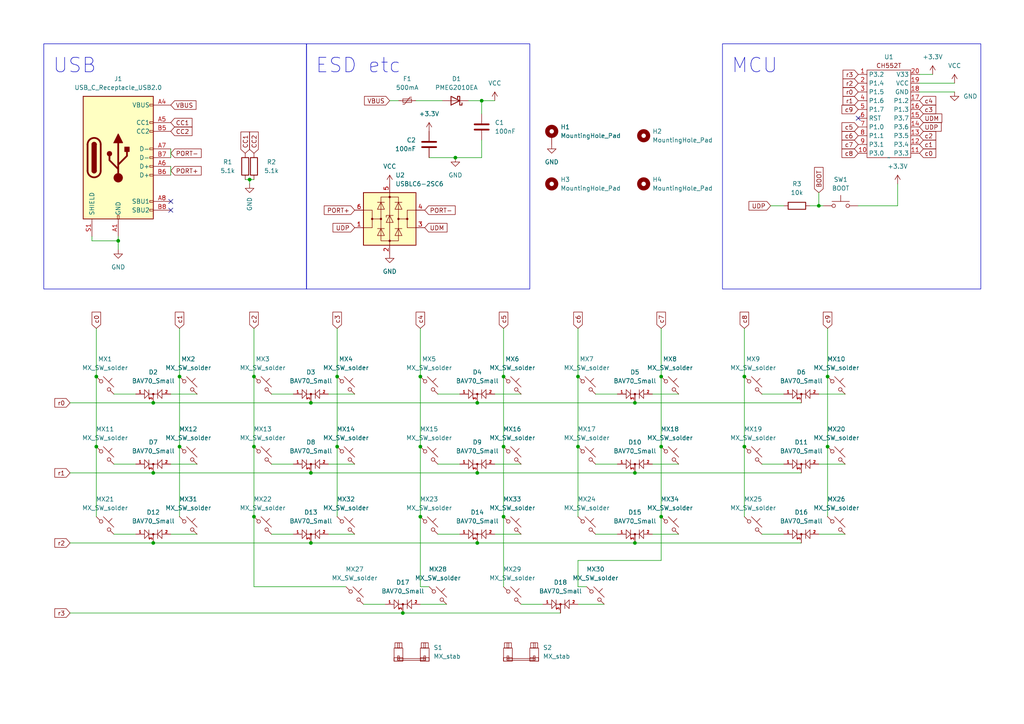
<source format=kicad_sch>
(kicad_sch (version 20231120) (generator "eeschema") (generator_version "8.0")
  (paper "A4")
  (lib_symbols
    (symbol "Connector:USB_C_Receptacle_USB2.0" (pin_names (offset 1.016))
      (property "Reference" "J" (at -10.16 19.05 0))
      (property "Value" "USB_C_Receptacle_USB2.0" (at 19.05 19.05 0))
      (symbol "USB_C_Receptacle_USB2.0_1_1"
        (pin passive line (at 0 -22.86 90) (length 5.08) (name "GND") (number "A1"))
        (pin passive line (at 0 -22.86 90) (length 5.08) hide (name "GND") (number "A12"))
        (pin passive line (at 15.24 15.24 180) (length 5.08) (name "VBUS") (number "A4"))
        (pin bidirectional line (at 15.24 10.16 180) (length 5.08) (name "CC1") (number "A5"))
        (pin bidirectional line (at 15.24 -2.54 180) (length 5.08) (name "D+") (number "A6"))
        (pin bidirectional line (at 15.24 2.54 180) (length 5.08) (name "D-") (number "A7"))
        (pin bidirectional line (at 15.24 -12.7 180) (length 5.08) (name "SBU1") (number "A8"))
        (pin passive line (at 15.24 15.24 180) (length 5.08) hide (name "VBUS") (number "A9"))
        (pin passive line (at 0 -22.86 90) (length 5.08) hide (name "GND") (number "B1"))
        (pin passive line (at 0 -22.86 90) (length 5.08) hide (name "GND") (number "B12"))
        (pin passive line (at 15.24 15.24 180) (length 5.08) hide (name "VBUS") (number "B4"))
        (pin bidirectional line (at 15.24 7.62 180) (length 5.08) (name "CC2") (number "B5"))
        (pin bidirectional line (at 15.24 -5.08 180) (length 5.08) (name "D+") (number "B6"))
        (pin bidirectional line (at 15.24 0 180) (length 5.08) (name "D-") (number "B7"))
        (pin bidirectional line (at 15.24 -15.24 180) (length 5.08) (name "SBU2") (number "B8"))
        (pin passive line (at 15.24 15.24 180) (length 5.08) hide (name "VBUS") (number "B9"))
        (pin passive line (at -7.62 -22.86 90) (length 5.08) (name "SHIELD") (number "S1"))
      )
    )
    (symbol "Device:C" (pin_numbers hide) (pin_names (offset 0.254))
      (property "Reference" "C" (at 0.635 2.54 0))
      (property "Value" "C" (at 0.635 -2.54 0))
      (symbol "C_1_1"
        (pin passive line (at 0 3.81 270) (length 2.794) (name "~") (number "1"))
        (pin passive line (at 0 -3.81 90) (length 2.794) (name "~") (number "2"))
      )
    )
    (symbol "Device:D_Schottky" (pin_numbers hide) (pin_names (offset 1.016) hide)
      (property "Reference" "D" (at 0 2.54 0))
      (property "Value" "D_Schottky" (at 0 -2.54 0))
      (symbol "D_Schottky_1_1"
        (pin passive line (at -3.81 0 0) (length 2.54) (name "K") (number "1"))
        (pin passive line (at 3.81 0 180) (length 2.54) (name "A") (number "2"))
      )
    )
    (symbol "Device:Polyfuse_Small" (pin_numbers hide) (pin_names (offset 0))
      (property "Reference" "F" (at -1.905 0 90))
      (property "Value" "Polyfuse_Small" (at 1.905 0 90))
      (symbol "Polyfuse_Small_1_1"
        (pin passive line (at 0 2.54 270) (length 0.635) (name "~") (number "1"))
        (pin passive line (at 0 -2.54 90) (length 0.635) (name "~") (number "2"))
      )
    )
    (symbol "Device:R" (pin_numbers hide) (pin_names (offset 0))
      (property "Reference" "R" (at 2.032 0 90))
      (property "Value" "R" (at 0 0 90))
      (symbol "R_1_1"
        (pin passive line (at 0 3.81 270) (length 1.27) (name "~") (number "1"))
        (pin passive line (at 0 -3.81 90) (length 1.27) (name "~") (number "2"))
      )
    )
    (symbol "Mechanical:MountingHole" (pin_names (offset 1.016)) (exclude_from_sim yes) (in_bom no)
      (property "Reference" "H" (at 0 5.08 0))
      (property "Value" "MountingHole" (at 0 3.175 0))
    )
    (symbol "Mechanical:MountingHole_Pad" (pin_numbers hide) (pin_names (offset 1.016) hide)
      (property "Reference" "H" (at 0 6.35 0))
      (property "Value" "MountingHole_Pad" (at 0 4.445 0))
      (symbol "MountingHole_Pad_1_1"
        (pin input line (at 0 -2.54 90) (length 2.54) (name "1") (number "1"))
      )
    )
    (symbol "PCM_marbastlib-mx:MX_SW_solder" (pin_numbers hide) (pin_names (offset 1.016) hide)
      (property "Reference" "MX" (at 3.048 1.016 0))
      (property "Value" "MX_SW_solder" (at 0 -3.81 0))
      (symbol "MX_SW_solder_0_1"
        (pin passive line (at -2.54 2.54 0) (length 0) (name "1") (number "1"))
        (pin passive line (at 2.54 -2.54 180) (length 0) (name "2") (number "2"))
      )
    )
    (symbol "PCM_marbastlib-mx:MX_stab" (pin_names (offset 1.016))
      (property "Reference" "S" (at -5.08 6.35 0))
      (property "Value" "MX_stab" (at -5.08 3.81 0))
    )
    (symbol "PCM_marbastlib-various:BAV70_Small" (pin_names (offset 0.762) hide)
      (property "Reference" "D" (at 0.635 -2.54 0))
      (property "Value" "BAV70_Small" (at 0 2.54 0))
      (symbol "BAV70_Small_1_1"
        (pin input line (at -5.08 0 0) (length 2.54) (name "A1") (number "1"))
        (pin input line (at 5.08 0 180) (length 2.54) (name "A2") (number "2"))
        (pin passive line (at 0 -2.54 90) (length 2.54) (name "K") (number "3"))
      )
    )
    (symbol "Power_Protection:USBLC6-2SC6" (pin_names hide)
      (property "Reference" "U" (at 2.54 8.89 0))
      (property "Value" "USBLC6-2SC6" (at 2.54 -8.89 0))
      (symbol "USBLC6-2SC6_1_1"
        (pin passive line (at -10.16 -2.54 0) (length 2.54) (name "I/O1") (number "1"))
        (pin passive line (at 0 -10.16 90) (length 2.54) (name "GND") (number "2"))
        (pin passive line (at 10.16 -2.54 180) (length 2.54) (name "I/O2") (number "3"))
        (pin passive line (at 10.16 2.54 180) (length 2.54) (name "I/O2") (number "4"))
        (pin passive line (at 0 10.16 270) (length 2.54) (name "VBUS") (number "5"))
        (pin passive line (at -10.16 2.54 0) (length 2.54) (name "I/O1") (number "6"))
      )
    )
    (symbol "Switch:SW_Push" (pin_numbers hide) (pin_names (offset 1.016) hide)
      (property "Reference" "SW" (at 1.27 2.54 0))
      (property "Value" "SW_Push" (at 0 -1.524 0))
      (symbol "SW_Push_0_1"
        (pin passive line (at -5.08 0 0) (length 2.54) (name "1") (number "1"))
        (pin passive line (at 5.08 0 180) (length 2.54) (name "2") (number "2"))
      )
    )
    (symbol "apfel:mcu_ch552t_tssop-20"
      (property "Reference" "U1" (at 0 16.51 0))
      (property "Value" "~" (at 0 -12.7 0))
      (symbol "mcu_ch552t_tssop-20_1_1"
        (text "CH552T\n" (at 0 13.97 0) (effects (font (size 1.27 1.27))))
        (pin input line (at -8.89 11.43 0) (length 2.54) (name "P3.2") (number "1"))
        (pin input line (at -8.89 -11.43 0) (length 2.54) (name "P3.0") (number "10"))
        (pin input line (at 8.89 -11.43 180) (length 2.54) (name "P3.3") (number "11"))
        (pin input line (at 8.89 -8.89 180) (length 2.54) (name "P3.4") (number "12"))
        (pin input line (at 8.89 -6.35 180) (length 2.54) (name "P3.5") (number "13"))
        (pin input line (at 8.89 -3.81 180) (length 2.54) (name "P3.6") (number "14"))
        (pin input line (at 8.89 -1.27 180) (length 2.54) (name "P3.7") (number "15"))
        (pin input line (at 8.89 1.27 180) (length 2.54) (name "P1.3") (number "16"))
        (pin input line (at 8.89 3.81 180) (length 2.54) (name "P1.2") (number "17"))
        (pin input line (at 8.89 6.35 180) (length 2.54) (name "GND") (number "18"))
        (pin input line (at 8.89 8.89 180) (length 2.54) (name "VCC") (number "19"))
        (pin input line (at -8.89 8.89 0) (length 2.54) (name "P1.4") (number "2"))
        (pin input line (at 8.89 11.43 180) (length 2.54) (name "V33") (number "20"))
        (pin input line (at -8.89 6.35 0) (length 2.54) (name "P1.5") (number "3"))
        (pin input line (at -8.89 3.81 0) (length 2.54) (name "P1.6") (number "4"))
        (pin input line (at -8.89 1.27 0) (length 2.54) (name "P1.7") (number "5"))
        (pin input line (at -8.89 -1.27 0) (length 2.54) (name "RST") (number "6"))
        (pin input line (at -8.89 -3.81 0) (length 2.54) (name "P1.0") (number "7"))
        (pin input line (at -8.89 -6.35 0) (length 2.54) (name "P1.1") (number "8"))
        (pin input line (at -8.89 -8.89 0) (length 2.54) (name "P3.1") (number "9"))
      )
    )
    (symbol "power:+3.3V" (power) (pin_names (offset 0))
      (property "Value" "+3.3V" (at 0 3.556 0))
      (symbol "+3.3V_1_1"
        (pin power_in line (at 0 0 90) (length 0) hide (name "+3.3V") (number "1"))
      )
    )
    (symbol "power:GND" (power) (pin_names (offset 0))
      (property "Value" "GND" (at 0 -3.81 0))
      (symbol "GND_1_1"
        (pin power_in line (at 0 0 270) (length 0) hide (name "GND") (number "1"))
      )
    )
    (symbol "power:VCC" (power) (pin_names (offset 0))
      (property "Value" "VCC" (at 0 3.81 0))
      (symbol "VCC_1_1"
        (pin power_in line (at 0 0 90) (length 0) hide (name "VCC") (number "1"))
      )
    )
  )
  (junction (at 90.17 137.16))
  (junction (at 34.29 69.85))
  (junction (at 52.07 129.54))
  (junction (at 44.45 137.16))
  (junction (at 90.17 116.84))
  (junction (at 116.84 177.8))
  (junction (at 138.43 116.84))
  (junction (at 146.05 109.22))
  (junction (at 146.05 149.86))
  (junction (at 184.15 116.84))
  (junction (at 90.17 157.48))
  (junction (at 167.64 109.22))
  (junction (at 139.7 29.21))
  (junction (at 73.66 149.86))
  (junction (at 167.64 129.54))
  (junction (at 191.77 129.54))
  (junction (at 121.92 109.22))
  (junction (at 132.08 45.72))
  (junction (at 191.77 149.86))
  (junction (at 184.15 137.16))
  (junction (at 72.39 52.07))
  (junction (at 138.43 137.16))
  (junction (at 138.43 157.48))
  (junction (at 237.49 59.69))
  (junction (at 27.94 109.22))
  (junction (at 240.03 129.54))
  (junction (at 97.79 129.54))
  (junction (at 44.45 157.48))
  (junction (at 44.45 116.84))
  (junction (at 73.66 109.22))
  (junction (at 73.66 129.54))
  (junction (at 97.79 109.22))
  (junction (at 121.92 129.54))
  (junction (at 191.77 109.22))
  (junction (at 27.94 129.54))
  (junction (at 240.03 109.22))
  (junction (at 146.05 129.54))
  (junction (at 215.9 109.22))
  (junction (at 52.07 109.22))
  (junction (at 121.92 149.86))
  (junction (at 215.9 129.54))
  (junction (at 184.15 157.48))
  (no_connect (at 49.53 60.96))
  (no_connect (at 49.53 58.42))
  (no_connect (at 248.92 34.29))
  (wire (pts (xy 167.64 170.18) (xy 167.64 162.56)))
  (wire (pts (xy 27.94 129.54) (xy 27.94 149.86)))
  (wire (pts (xy 139.7 45.72) (xy 139.7 40.64)))
  (wire (pts (xy 26.67 68.58) (xy 26.67 69.85)))
  (wire (pts (xy 191.77 109.22) (xy 191.77 129.54)))
  (wire (pts (xy 266.7 21.59) (xy 270.51 21.59)))
  (wire (pts (xy 121.92 170.18) (xy 124.46 170.18)))
  (wire (pts (xy 78.74 114.3) (xy 85.09 114.3)))
  (wire (pts (xy 139.7 29.21) (xy 139.7 33.02)))
  (wire (pts (xy 167.64 170.18) (xy 170.18 170.18)))
  (wire (pts (xy 49.53 43.18) (xy 49.53 45.72)))
  (wire (pts (xy 248.92 59.69) (xy 260.35 59.69)))
  (wire (pts (xy 90.17 137.16) (xy 138.43 137.16)))
  (wire (pts (xy 127 154.94) (xy 133.35 154.94)))
  (wire (pts (xy 73.66 95.25) (xy 73.66 109.22)))
  (wire (pts (xy 44.45 137.16) (xy 90.17 137.16)))
  (wire (pts (xy 95.25 154.94) (xy 102.87 154.94)))
  (wire (pts (xy 189.23 114.3) (xy 196.85 114.3)))
  (wire (pts (xy 146.05 109.22) (xy 146.05 129.54)))
  (wire (pts (xy 34.29 69.85) (xy 34.29 72.39)))
  (wire (pts (xy 237.49 114.3) (xy 245.11 114.3)))
  (wire (pts (xy 49.53 134.62) (xy 57.15 134.62)))
  (wire (pts (xy 146.05 149.86) (xy 146.05 170.18)))
  (wire (pts (xy 49.53 154.94) (xy 57.15 154.94)))
  (wire (pts (xy 276.86 26.67) (xy 266.7 26.67)))
  (wire (pts (xy 49.53 48.26) (xy 49.53 50.8)))
  (wire (pts (xy 266.7 24.13) (xy 276.86 24.13)))
  (wire (pts (xy 220.98 154.94) (xy 227.33 154.94)))
  (wire (pts (xy 78.74 134.62) (xy 85.09 134.62)))
  (wire (pts (xy 189.23 134.62) (xy 196.85 134.62)))
  (wire (pts (xy 34.29 68.58) (xy 34.29 69.85)))
  (wire (pts (xy 33.02 154.94) (xy 39.37 154.94)))
  (wire (pts (xy 27.94 109.22) (xy 27.94 129.54)))
  (wire (pts (xy 49.53 114.3) (xy 57.15 114.3)))
  (wire (pts (xy 90.17 157.48) (xy 138.43 157.48)))
  (wire (pts (xy 121.92 109.22) (xy 121.92 129.54)))
  (wire (pts (xy 167.64 95.25) (xy 167.64 109.22)))
  (wire (pts (xy 90.17 116.84) (xy 138.43 116.84)))
  (wire (pts (xy 105.41 175.26) (xy 111.76 175.26)))
  (wire (pts (xy 143.51 154.94) (xy 151.13 154.94)))
  (wire (pts (xy 127 114.3) (xy 133.35 114.3)))
  (wire (pts (xy 237.49 134.62) (xy 245.11 134.62)))
  (wire (pts (xy 143.51 114.3) (xy 151.13 114.3)))
  (wire (pts (xy 240.03 129.54) (xy 240.03 149.86)))
  (wire (pts (xy 113.03 29.21) (xy 115.57 29.21)))
  (wire (pts (xy 138.43 137.16) (xy 184.15 137.16)))
  (wire (pts (xy 33.02 134.62) (xy 39.37 134.62)))
  (wire (pts (xy 97.79 109.22) (xy 97.79 129.54)))
  (wire (pts (xy 189.23 154.94) (xy 196.85 154.94)))
  (wire (pts (xy 73.66 109.22) (xy 73.66 129.54)))
  (wire (pts (xy 172.72 114.3) (xy 179.07 114.3)))
  (wire (pts (xy 234.95 59.69) (xy 237.49 59.69)))
  (wire (pts (xy 44.45 116.84) (xy 90.17 116.84)))
  (wire (pts (xy 97.79 95.25) (xy 97.79 109.22)))
  (wire (pts (xy 20.32 177.8) (xy 116.84 177.8)))
  (wire (pts (xy 191.77 162.56) (xy 191.77 149.86)))
  (wire (pts (xy 146.05 129.54) (xy 146.05 149.86)))
  (wire (pts (xy 215.9 129.54) (xy 215.9 149.86)))
  (wire (pts (xy 215.9 95.25) (xy 215.9 109.22)))
  (wire (pts (xy 121.92 149.86) (xy 121.92 170.18)))
  (wire (pts (xy 215.9 109.22) (xy 215.9 129.54)))
  (wire (pts (xy 184.15 157.48) (xy 232.41 157.48)))
  (wire (pts (xy 121.92 95.25) (xy 121.92 109.22)))
  (wire (pts (xy 237.49 154.94) (xy 245.11 154.94)))
  (wire (pts (xy 167.64 162.56) (xy 191.77 162.56)))
  (wire (pts (xy 223.52 59.69) (xy 227.33 59.69)))
  (wire (pts (xy 151.13 175.26) (xy 157.48 175.26)))
  (wire (pts (xy 72.39 52.07) (xy 73.66 52.07)))
  (wire (pts (xy 121.92 175.26) (xy 129.54 175.26)))
  (wire (pts (xy 240.03 95.25) (xy 240.03 109.22)))
  (wire (pts (xy 138.43 116.84) (xy 184.15 116.84)))
  (wire (pts (xy 52.07 109.22) (xy 52.07 129.54)))
  (wire (pts (xy 184.15 137.16) (xy 232.41 137.16)))
  (wire (pts (xy 127 134.62) (xy 133.35 134.62)))
  (wire (pts (xy 146.05 95.25) (xy 146.05 109.22)))
  (wire (pts (xy 237.49 59.69) (xy 238.76 59.69)))
  (wire (pts (xy 138.43 157.48) (xy 184.15 157.48)))
  (wire (pts (xy 72.39 52.07) (xy 72.39 53.34)))
  (wire (pts (xy 95.25 134.62) (xy 102.87 134.62)))
  (wire (pts (xy 121.92 129.54) (xy 121.92 149.86)))
  (wire (pts (xy 124.46 45.72) (xy 132.08 45.72)))
  (wire (pts (xy 26.67 69.85) (xy 34.29 69.85)))
  (wire (pts (xy 44.45 157.48) (xy 90.17 157.48)))
  (wire (pts (xy 52.07 95.25) (xy 52.07 109.22)))
  (wire (pts (xy 167.64 109.22) (xy 167.64 129.54)))
  (wire (pts (xy 73.66 170.18) (xy 73.66 149.86)))
  (wire (pts (xy 97.79 129.54) (xy 97.79 149.86)))
  (wire (pts (xy 73.66 170.18) (xy 100.33 170.18)))
  (wire (pts (xy 20.32 116.84) (xy 44.45 116.84)))
  (wire (pts (xy 139.7 29.21) (xy 143.51 29.21)))
  (wire (pts (xy 172.72 154.94) (xy 179.07 154.94)))
  (wire (pts (xy 120.65 29.21) (xy 128.27 29.21)))
  (wire (pts (xy 71.12 52.07) (xy 72.39 52.07)))
  (wire (pts (xy 132.08 45.72) (xy 139.7 45.72)))
  (wire (pts (xy 260.35 53.34) (xy 260.35 59.69)))
  (wire (pts (xy 184.15 116.84) (xy 232.41 116.84)))
  (wire (pts (xy 191.77 129.54) (xy 191.77 149.86)))
  (wire (pts (xy 20.32 137.16) (xy 44.45 137.16)))
  (wire (pts (xy 167.64 175.26) (xy 175.26 175.26)))
  (wire (pts (xy 240.03 109.22) (xy 240.03 129.54)))
  (wire (pts (xy 237.49 55.88) (xy 237.49 59.69)))
  (wire (pts (xy 33.02 114.3) (xy 39.37 114.3)))
  (wire (pts (xy 220.98 114.3) (xy 227.33 114.3)))
  (wire (pts (xy 78.74 154.94) (xy 85.09 154.94)))
  (wire (pts (xy 116.84 177.8) (xy 162.56 177.8)))
  (wire (pts (xy 191.77 95.25) (xy 191.77 109.22)))
  (wire (pts (xy 20.32 157.48) (xy 44.45 157.48)))
  (wire (pts (xy 27.94 95.25) (xy 27.94 109.22)))
  (wire (pts (xy 172.72 134.62) (xy 179.07 134.62)))
  (wire (pts (xy 220.98 134.62) (xy 227.33 134.62)))
  (wire (pts (xy 73.66 129.54) (xy 73.66 149.86)))
  (wire (pts (xy 135.89 29.21) (xy 139.7 29.21)))
  (wire (pts (xy 167.64 129.54) (xy 167.64 149.86)))
  (wire (pts (xy 95.25 114.3) (xy 102.87 114.3)))
  (wire (pts (xy 52.07 129.54) (xy 52.07 149.86)))
  (wire (pts (xy 143.51 134.62) (xy 151.13 134.62)))
  (rectangle (start 209.55 12.7) (end 284.48 83.82))
  (rectangle (start 12.7 12.7) (end 88.9 83.82))
  (rectangle (start 88.9 12.7) (end 153.67 83.82))
  (text "MCU" (at 212.09 21.59 0) (effects (font (size 4.2 4.2)) (justify left bottom)))
  (text "USB" (at 15.24 21.59 0) (effects (font (size 4.2 4.2)) (justify left bottom)))
  (text "ESD etc" (at 91.44 21.59 0) (effects (font (size 4.2 4.2)) (justify left bottom)))
  (global_label "c0" (shape input) (at 27.94 95.25 90) (property "Intersheetrefs" "${INTERSHEET_REFS}" (effects (hide yes))))
  (global_label "c8" (shape input) (at 248.92 44.45 180) (property "Intersheetrefs" "${INTERSHEET_REFS}" (effects (hide yes))))
  (global_label "c6" (shape input) (at 248.92 39.37 180) (property "Intersheetrefs" "${INTERSHEET_REFS}" (effects (hide yes))))
  (global_label "c2" (shape input) (at 73.66 95.25 90) (property "Intersheetrefs" "${INTERSHEET_REFS}" (effects (hide yes))))
  (global_label "r1" (shape input) (at 20.32 137.16 180) (property "Intersheetrefs" "${INTERSHEET_REFS}" (effects (hide yes))))
  (global_label "r3" (shape input) (at 20.32 177.8 180) (property "Intersheetrefs" "${INTERSHEET_REFS}" (effects (hide yes))))
  (global_label "CC1" (shape input) (at 49.53 35.56 0) (property "Intersheetrefs" "${INTERSHEET_REFS}" (effects (hide yes))))
  (global_label "c9" (shape input) (at 248.92 31.75 180) (property "Intersheetrefs" "${INTERSHEET_REFS}" (effects (hide yes))))
  (global_label "r3" (shape input) (at 248.92 21.59 180) (property "Intersheetrefs" "${INTERSHEET_REFS}" (effects (hide yes))))
  (global_label "UDP" (shape input) (at 266.7 36.83 0) (property "Intersheetrefs" "${INTERSHEET_REFS}" (effects (hide yes))))
  (global_label "c3" (shape input) (at 97.79 95.25 90) (property "Intersheetrefs" "${INTERSHEET_REFS}" (effects (hide yes))))
  (global_label "c5" (shape input) (at 248.92 36.83 180) (property "Intersheetrefs" "${INTERSHEET_REFS}" (effects (hide yes))))
  (global_label "c0" (shape input) (at 266.7 44.45 0) (property "Intersheetrefs" "${INTERSHEET_REFS}" (effects (hide yes))))
  (global_label "UDM" (shape input) (at 266.7 34.29 0) (property "Intersheetrefs" "${INTERSHEET_REFS}" (effects (hide yes))))
  (global_label "r0" (shape input) (at 248.92 26.67 180) (property "Intersheetrefs" "${INTERSHEET_REFS}" (effects (hide yes))))
  (global_label "c4" (shape input) (at 266.7 29.21 0) (property "Intersheetrefs" "${INTERSHEET_REFS}" (effects (hide yes))))
  (global_label "r2" (shape input) (at 248.92 24.13 180) (property "Intersheetrefs" "${INTERSHEET_REFS}" (effects (hide yes))))
  (global_label "CC2" (shape input) (at 49.53 38.1 0) (property "Intersheetrefs" "${INTERSHEET_REFS}" (effects (hide yes))))
  (global_label "PORT+" (shape input) (at 49.53 49.53 0) (property "Intersheetrefs" "${INTERSHEET_REFS}" (effects (hide yes))))
  (global_label "CC1" (shape input) (at 71.12 44.45 90) (property "Intersheetrefs" "${INTERSHEET_REFS}" (effects (hide yes))))
  (global_label "c2" (shape input) (at 266.7 39.37 0) (property "Intersheetrefs" "${INTERSHEET_REFS}" (effects (hide yes))))
  (global_label "UDP" (shape input) (at 223.52 59.69 180) (property "Intersheetrefs" "${INTERSHEET_REFS}" (effects (hide yes))))
  (global_label "VBUS" (shape input) (at 113.03 29.21 180) (property "Intersheetrefs" "${INTERSHEET_REFS}" (effects (hide yes))))
  (global_label "UDP" (shape input) (at 102.87 66.04 180) (property "Intersheetrefs" "${INTERSHEET_REFS}" (effects (hide yes))))
  (global_label "c3" (shape input) (at 266.7 31.75 0) (property "Intersheetrefs" "${INTERSHEET_REFS}" (effects (hide yes))))
  (global_label "c4" (shape input) (at 121.92 95.25 90) (property "Intersheetrefs" "${INTERSHEET_REFS}" (effects (hide yes))))
  (global_label "r0" (shape input) (at 20.32 116.84 180) (property "Intersheetrefs" "${INTERSHEET_REFS}" (effects (hide yes))))
  (global_label "VBUS" (shape input) (at 49.53 30.48 0) (property "Intersheetrefs" "${INTERSHEET_REFS}" (effects (hide yes))))
  (global_label "PORT-" (shape input) (at 123.19 60.96 0) (property "Intersheetrefs" "${INTERSHEET_REFS}" (effects (hide yes))))
  (global_label "PORT+" (shape input) (at 102.87 60.96 180) (property "Intersheetrefs" "${INTERSHEET_REFS}" (effects (hide yes))))
  (global_label "BOOT" (shape input) (at 237.49 55.88 90) (property "Intersheetrefs" "${INTERSHEET_REFS}" (effects (hide yes))))
  (global_label "c7" (shape input) (at 191.77 95.25 90) (property "Intersheetrefs" "${INTERSHEET_REFS}" (effects (hide yes))))
  (global_label "r1" (shape input) (at 248.92 29.21 180) (property "Intersheetrefs" "${INTERSHEET_REFS}" (effects (hide yes))))
  (global_label "c1" (shape input) (at 266.7 41.91 0) (property "Intersheetrefs" "${INTERSHEET_REFS}" (effects (hide yes))))
  (global_label "PORT-" (shape input) (at 49.53 44.45 0) (property "Intersheetrefs" "${INTERSHEET_REFS}" (effects (hide yes))))
  (global_label "CC2" (shape input) (at 73.66 44.45 90) (property "Intersheetrefs" "${INTERSHEET_REFS}" (effects (hide yes))))
  (global_label "c8" (shape input) (at 215.9 95.25 90) (property "Intersheetrefs" "${INTERSHEET_REFS}" (effects (hide yes))))
  (global_label "c6" (shape input) (at 167.64 95.25 90) (property "Intersheetrefs" "${INTERSHEET_REFS}" (effects (hide yes))))
  (global_label "c7" (shape input) (at 248.92 41.91 180) (property "Intersheetrefs" "${INTERSHEET_REFS}" (effects (hide yes))))
  (global_label "c1" (shape input) (at 52.07 95.25 90) (property "Intersheetrefs" "${INTERSHEET_REFS}" (effects (hide yes))))
  (global_label "UDM" (shape input) (at 123.19 66.04 0) (property "Intersheetrefs" "${INTERSHEET_REFS}" (effects (hide yes))))
  (global_label "r2" (shape input) (at 20.32 157.48 180) (property "Intersheetrefs" "${INTERSHEET_REFS}" (effects (hide yes))))
  (global_label "c9" (shape input) (at 240.03 95.25 90) (property "Intersheetrefs" "${INTERSHEET_REFS}" (effects (hide yes))))
  (global_label "c5" (shape input) (at 146.05 95.25 90) (property "Intersheetrefs" "${INTERSHEET_REFS}" (effects (hide yes))))
  (symbol (lib_id "power:+3.3V") (at 124.46 38.1 0) (mirror y) (unit 1)
    (property "Reference" "#PWR05" (effects (hide yes)))
    (property "Value" "+3.3V" (at 124.46 33.02 0))
  )
  (symbol (lib_id "PCM_marbastlib-mx:MX_SW_solder") (at 194.31 132.08 0) (unit 1)
    (property "Reference" "MX18" (at 194.31 124.46 0))
    (property "Value" "MX_SW_solder" (at 194.31 127 0))
    (property "Footprint" "PCM_marbastlib-mx:SW_MX_HS_CPG151101S11_1.25u" (effects (hide yes)))
    (property "Description" "Push button switch, normally open, two pins, 45° tilted" (effects (hide yes)))
  )
  (symbol (lib_id "PCM_marbastlib-various:BAV70_Small") (at 232.41 154.94 0) (unit 1)
    (property "Reference" "D16" (at 232.41 148.59 0))
    (property "Value" "BAV70_Small" (at 232.41 151.13 0))
    (property "Footprint" "Package_TO_SOT_SMD:SOT-23" (effects (hide yes)))
    (property "Datasheet" "https://assets.nexperia.com/documents/data-sheet/BAV70_SER.pdf" (effects (hide yes)))
    (property "Description" "Dual 100V 215mA high-speed switching diodes, common cathode, SOT-23" (effects (hide yes)))
  )
  (symbol (lib_id "PCM_marbastlib-mx:MX_SW_solder") (at 170.18 152.4 0) (unit 1)
    (property "Reference" "MX24" (at 170.18 144.78 0))
    (property "Value" "MX_SW_solder" (at 170.18 147.32 0))
    (property "Footprint" "PCM_marbastlib-mx:SW_MX_HS_CPG151101S11_1u" (effects (hide yes)))
    (property "Description" "Push button switch, normally open, two pins, 45° tilted" (effects (hide yes)))
  )
  (symbol (lib_id "PCM_marbastlib-mx:MX_SW_solder") (at 102.87 172.72 0) (unit 1)
    (property "Reference" "MX27" (at 102.87 165.1 0))
    (property "Value" "MX_SW_solder" (at 102.87 167.64 0))
    (property "Footprint" "PCM_marbastlib-mx:SW_MX_HS_CPG151101S11_1u" (effects (hide yes)))
    (property "Description" "Push button switch, normally open, two pins, 45° tilted" (effects (hide yes)))
  )
  (symbol (lib_id "PCM_marbastlib-various:BAV70_Small") (at 44.45 134.62 0) (unit 1)
    (property "Reference" "D7" (at 44.45 128.27 0))
    (property "Value" "BAV70_Small" (at 44.45 130.81 0))
    (property "Footprint" "Package_TO_SOT_SMD:SOT-23" (effects (hide yes)))
    (property "Datasheet" "https://assets.nexperia.com/documents/data-sheet/BAV70_SER.pdf" (effects (hide yes)))
    (property "Description" "Dual 100V 215mA high-speed switching diodes, common cathode, SOT-23" (effects (hide yes)))
  )
  (symbol (lib_id "Device:R") (at 73.66 48.26 0) (mirror y) (unit 1)
    (property "Reference" "R2" (at 78.74 46.99 0))
    (property "Value" "5.1k" (at 78.74 49.53 0))
    (property "Footprint" "Resistor_SMD:R_0402_1005Metric" (effects (hide yes)))
    (property "LCSC" "C25905" (effects (hide yes)))
  )
  (symbol (lib_id "PCM_marbastlib-various:BAV70_Small") (at 184.15 114.3 0) (unit 1)
    (property "Reference" "D5" (at 184.15 107.95 0))
    (property "Value" "BAV70_Small" (at 184.15 110.49 0))
    (property "Footprint" "Package_TO_SOT_SMD:SOT-23" (effects (hide yes)))
    (property "Datasheet" "https://assets.nexperia.com/documents/data-sheet/BAV70_SER.pdf" (effects (hide yes)))
    (property "Description" "Dual 100V 215mA high-speed switching diodes, common cathode, SOT-23" (effects (hide yes)))
  )
  (symbol (lib_id "PCM_marbastlib-mx:MX_SW_solder") (at 172.72 172.72 0) (unit 1)
    (property "Reference" "MX30" (at 172.72 165.1 0))
    (property "Value" "MX_SW_solder" (at 172.72 167.64 0))
    (property "Footprint" "PCM_marbastlib-mx:SW_MX_HS_CPG151101S11_1u" (effects (hide yes)))
    (property "Description" "Push button switch, normally open, two pins, 45° tilted" (effects (hide yes)))
  )
  (symbol (lib_id "PCM_marbastlib-various:BAV70_Small") (at 90.17 154.94 0) (unit 1)
    (property "Reference" "D13" (at 90.17 148.59 0))
    (property "Value" "BAV70_Small" (at 90.17 151.13 0))
    (property "Footprint" "Package_TO_SOT_SMD:SOT-23" (effects (hide yes)))
    (property "Datasheet" "https://assets.nexperia.com/documents/data-sheet/BAV70_SER.pdf" (effects (hide yes)))
    (property "Description" "Dual 100V 215mA high-speed switching diodes, common cathode, SOT-23" (effects (hide yes)))
  )
  (symbol (lib_id "PCM_marbastlib-mx:MX_stab") (at 119.38 189.23 0) (unit 1)
    (property "Reference" "S1" (at 125.73 187.8329 0) (effects (justify left)))
    (property "Value" "MX_stab" (at 125.73 190.3729 0) (effects (justify left)))
    (property "Footprint" "PCM_marbastlib-mx:STAB_MX_P_2.25u" (effects (hide yes)))
    (property "Description" "Cherry MX-style stabilizer" (effects (hide yes)))
  )
  (symbol (lib_id "PCM_marbastlib-mx:MX_SW_solder") (at 194.31 152.4 0) (unit 1)
    (property "Reference" "MX34" (at 194.31 144.78 0))
    (property "Value" "MX_SW_solder" (at 194.31 147.32 0))
    (property "Footprint" "PCM_marbastlib-mx:SW_MX_HS_CPG151101S11_1.25u" (effects (hide yes)))
    (property "Description" "Push button switch, normally open, two pins, 45° tilted" (effects (hide yes)))
  )
  (symbol (lib_id "PCM_marbastlib-mx:MX_SW_solder") (at 124.46 111.76 0) (unit 1)
    (property "Reference" "MX5" (at 124.46 104.14 0))
    (property "Value" "MX_SW_solder" (at 124.46 106.68 0))
    (property "Footprint" "PCM_marbastlib-mx:SW_MX_HS_CPG151101S11_1.25u" (effects (hide yes)))
    (property "Description" "Push button switch, normally open, two pins, 45° tilted" (effects (hide yes)))
  )
  (symbol (lib_id "PCM_marbastlib-mx:MX_SW_solder") (at 148.59 172.72 0) (unit 1)
    (property "Reference" "MX29" (at 148.59 165.1 0))
    (property "Value" "MX_SW_solder" (at 148.59 167.64 0))
    (property "Footprint" "PCM_marbastlib-mx:SW_MX_HS_CPG151101S11_1u" (effects (hide yes)))
    (property "Description" "Push button switch, normally open, two pins, 45° tilted" (effects (hide yes)))
  )
  (symbol (lib_id "PCM_marbastlib-various:BAV70_Small") (at 44.45 154.94 0) (unit 1)
    (property "Reference" "D12" (at 44.45 148.59 0))
    (property "Value" "BAV70_Small" (at 44.45 151.13 0))
    (property "Footprint" "Package_TO_SOT_SMD:SOT-23" (effects (hide yes)))
    (property "Datasheet" "https://assets.nexperia.com/documents/data-sheet/BAV70_SER.pdf" (effects (hide yes)))
    (property "Description" "Dual 100V 215mA high-speed switching diodes, common cathode, SOT-23" (effects (hide yes)))
  )
  (symbol (lib_id "PCM_marbastlib-mx:MX_SW_solder") (at 127 172.72 0) (unit 1)
    (property "Reference" "MX28" (at 127 165.1 0))
    (property "Value" "MX_SW_solder" (at 127 167.64 0))
    (property "Footprint" "PCM_marbastlib-mx:SW_MX_HS_CPG151101S11_1u" (effects (hide yes)))
    (property "Description" "Push button switch, normally open, two pins, 45° tilted" (effects (hide yes)))
  )
  (symbol (lib_id "power:VCC") (at 276.86 24.13 0) (unit 1)
    (property "Reference" "#PWR02" (effects (hide yes)))
    (property "Value" "VCC" (at 276.86 19.05 0))
  )
  (symbol (lib_id "power:GND") (at 160.02 41.91 0) (unit 1)
    (property "Reference" "#PWR012" (effects (hide yes)))
    (property "Value" "GND" (at 160.02 46.99 0))
  )
  (symbol (lib_id "PCM_marbastlib-mx:MX_SW_solder") (at 218.44 152.4 0) (unit 1)
    (property "Reference" "MX25" (at 218.44 144.78 0))
    (property "Value" "MX_SW_solder" (at 218.44 147.32 0))
    (property "Footprint" "PCM_marbastlib-mx:SW_MX_HS_CPG151101S11_1.75u" (effects (hide yes)))
    (property "Description" "Push button switch, normally open, two pins, 45° tilted" (effects (hide yes)))
  )
  (symbol (lib_id "apfel:mcu_ch552t_tssop-20") (at 257.81 33.02 0) (unit 1)
    (property "Reference" "U1" (at 257.81 16.51 0))
    (property "Value" "~" (at 257.81 45.72 0))
    (property "Footprint" "Package_SO:TSSOP-20_4.4x6.5mm_P0.65mm" (effects (hide yes)))
    (property "JLCPCB_CORRECTION" "0; 0; 270" (effects (hide yes)))
    (property "LCSC" "C111367" (effects (hide yes)))
  )
  (symbol (lib_id "power:GND") (at 72.39 53.34 0) (mirror y) (unit 1)
    (property "Reference" "#PWR07" (effects (hide yes)))
    (property "Value" "GND" (at 72.39 57.15 90) (effects (justify right)))
  )
  (symbol (lib_id "PCM_marbastlib-various:BAV70_Small") (at 184.15 134.62 0) (unit 1)
    (property "Reference" "D10" (at 184.15 128.27 0))
    (property "Value" "BAV70_Small" (at 184.15 130.81 0))
    (property "Footprint" "Package_TO_SOT_SMD:SOT-23" (effects (hide yes)))
    (property "Datasheet" "https://assets.nexperia.com/documents/data-sheet/BAV70_SER.pdf" (effects (hide yes)))
    (property "Description" "Dual 100V 215mA high-speed switching diodes, common cathode, SOT-23" (effects (hide yes)))
  )
  (symbol (lib_id "PCM_marbastlib-mx:MX_SW_solder") (at 54.61 132.08 0) (unit 1)
    (property "Reference" "MX12" (at 54.61 124.46 0))
    (property "Value" "MX_SW_solder" (at 54.61 127 0))
    (property "Footprint" "PCM_marbastlib-mx:SW_MX_HS_CPG151101S11_1.25u" (effects (hide yes)))
    (property "Description" "Push button switch, normally open, two pins, 45° tilted" (effects (hide yes)))
  )
  (symbol (lib_id "PCM_marbastlib-various:BAV70_Small") (at 90.17 114.3 0) (unit 1)
    (property "Reference" "D3" (at 90.17 107.95 0))
    (property "Value" "BAV70_Small" (at 90.17 110.49 0))
    (property "Footprint" "Package_TO_SOT_SMD:SOT-23" (effects (hide yes)))
    (property "Datasheet" "https://assets.nexperia.com/documents/data-sheet/BAV70_SER.pdf" (effects (hide yes)))
    (property "Description" "Dual 100V 215mA high-speed switching diodes, common cathode, SOT-23" (effects (hide yes)))
  )
  (symbol (lib_id "PCM_marbastlib-mx:MX_SW_solder") (at 76.2 152.4 0) (unit 1)
    (property "Reference" "MX22" (at 76.2 144.78 0))
    (property "Value" "MX_SW_solder" (at 76.2 147.32 0))
    (property "Footprint" "PCM_marbastlib-mx:SW_MX_HS_CPG151101S11_1.25u" (effects (hide yes)))
    (property "Description" "Push button switch, normally open, two pins, 45° tilted" (effects (hide yes)))
  )
  (symbol (lib_id "PCM_marbastlib-mx:MX_SW_solder") (at 124.46 152.4 0) (unit 1)
    (property "Reference" "MX23" (at 124.46 144.78 0))
    (property "Value" "MX_SW_solder" (at 124.46 147.32 0))
    (property "Footprint" "PCM_marbastlib-mx:SW_MX_HS_CPG151101S11_1.5u" (effects (hide yes)))
    (property "Description" "Push button switch, normally open, two pins, 45° tilted" (effects (hide yes)))
  )
  (symbol (lib_id "PCM_marbastlib-various:BAV70_Small") (at 138.43 114.3 0) (unit 1)
    (property "Reference" "D4" (at 138.43 107.95 0))
    (property "Value" "BAV70_Small" (at 138.43 110.49 0))
    (property "Footprint" "Package_TO_SOT_SMD:SOT-23" (effects (hide yes)))
    (property "Datasheet" "https://assets.nexperia.com/documents/data-sheet/BAV70_SER.pdf" (effects (hide yes)))
    (property "Description" "Dual 100V 215mA high-speed switching diodes, common cathode, SOT-23" (effects (hide yes)))
  )
  (symbol (lib_id "PCM_marbastlib-mx:MX_SW_solder") (at 170.18 111.76 0) (unit 1)
    (property "Reference" "MX7" (at 170.18 104.14 0))
    (property "Value" "MX_SW_solder" (at 170.18 106.68 0))
    (property "Footprint" "PCM_marbastlib-mx:SW_MX_HS_CPG151101S11_1.25u" (effects (hide yes)))
    (property "Description" "Push button switch, normally open, two pins, 45° tilted" (effects (hide yes)))
  )
  (symbol (lib_id "Device:R") (at 231.14 59.69 90) (unit 1)
    (property "Reference" "R3" (at 231.14 53.34 90))
    (property "Value" "10k" (at 231.14 55.88 90))
    (property "Footprint" "Resistor_SMD:R_0402_1005Metric" (effects (hide yes)))
    (property "LCSC" "C25744" (effects (hide yes)))
  )
  (symbol (lib_id "power:GND") (at 132.08 45.72 0) (unit 1)
    (property "Reference" "#PWR06" (effects (hide yes)))
    (property "Value" "GND" (at 132.08 50.8 0))
  )
  (symbol (lib_id "PCM_marbastlib-mx:MX_SW_solder") (at 54.61 111.76 0) (unit 1)
    (property "Reference" "MX2" (at 54.61 104.14 0))
    (property "Value" "MX_SW_solder" (at 54.61 106.68 0))
    (property "Footprint" "PCM_marbastlib-mx:SW_MX_HS_CPG151101S11_1.5u" (effects (hide yes)))
    (property "Description" "Push button switch, normally open, two pins, 45° tilted" (effects (hide yes)))
  )
  (symbol (lib_id "PCM_marbastlib-various:BAV70_Small") (at 232.41 134.62 0) (unit 1)
    (property "Reference" "D11" (at 232.41 128.27 0))
    (property "Value" "BAV70_Small" (at 232.41 130.81 0))
    (property "Footprint" "Package_TO_SOT_SMD:SOT-23" (effects (hide yes)))
    (property "Datasheet" "https://assets.nexperia.com/documents/data-sheet/BAV70_SER.pdf" (effects (hide yes)))
    (property "Description" "Dual 100V 215mA high-speed switching diodes, common cathode, SOT-23" (effects (hide yes)))
  )
  (symbol (lib_id "Device:D_Schottky") (at 132.08 29.21 180) (unit 1)
    (property "Reference" "D1" (at 132.3975 22.86 0))
    (property "Value" "PMEG2010EA" (at 132.3975 25.4 0))
    (property "Footprint" "Diode_SMD:D_0402_1005Metric" (effects (hide yes)))
    (property "LCSC" "C2837790" (effects (hide yes)))
  )
  (symbol (lib_id "Mechanical:MountingHole") (at 186.69 53.34 0) (unit 1) (exclude_from_sim yes) (in_bom no)
    (property "Reference" "H4" (at 189.23 52.0699 0) (effects (justify left)))
    (property "Value" "MountingHole_Pad" (at 189.23 54.6099 0) (effects (justify left)))
    (property "Footprint" "MountingHole:MountingHole_2.2mm_M2" (effects (hide yes)))
    (property "Description" "Mounting Hole without connection" (effects (hide yes)))
  )
  (symbol (lib_id "PCM_marbastlib-mx:MX_SW_solder") (at 76.2 132.08 0) (unit 1)
    (property "Reference" "MX13" (at 76.2 124.46 0))
    (property "Value" "MX_SW_solder" (at 76.2 127 0))
    (property "Footprint" "PCM_marbastlib-mx:SW_MX_HS_CPG151101S11_1.25u" (effects (hide yes)))
    (property "Description" "Push button switch, normally open, two pins, 45° tilted" (effects (hide yes)))
  )
  (symbol (lib_id "PCM_marbastlib-mx:MX_stab") (at 151.13 189.23 0) (unit 1)
    (property "Reference" "S2" (at 157.48 187.8329 0) (effects (justify left)))
    (property "Value" "MX_stab" (at 157.48 190.3729 0) (effects (justify left)))
    (property "Footprint" "PCM_marbastlib-mx:STAB_MX_P_2.75u" (effects (hide yes)))
    (property "Description" "Cherry MX-style stabilizer" (effects (hide yes)))
  )
  (symbol (lib_id "PCM_marbastlib-various:BAV70_Small") (at 116.84 175.26 0) (unit 1)
    (property "Reference" "D17" (at 116.84 168.91 0))
    (property "Value" "BAV70_Small" (at 116.84 171.45 0))
    (property "Footprint" "Package_TO_SOT_SMD:SOT-23" (effects (hide yes)))
    (property "Datasheet" "https://assets.nexperia.com/documents/data-sheet/BAV70_SER.pdf" (effects (hide yes)))
    (property "Description" "Dual 100V 215mA high-speed switching diodes, common cathode, SOT-23" (effects (hide yes)))
  )
  (symbol (lib_id "PCM_marbastlib-various:BAV70_Small") (at 138.43 154.94 0) (unit 1)
    (property "Reference" "D14" (at 138.43 148.59 0))
    (property "Value" "BAV70_Small" (at 138.43 151.13 0))
    (property "Footprint" "Package_TO_SOT_SMD:SOT-23" (effects (hide yes)))
    (property "Datasheet" "https://assets.nexperia.com/documents/data-sheet/BAV70_SER.pdf" (effects (hide yes)))
    (property "Description" "Dual 100V 215mA high-speed switching diodes, common cathode, SOT-23" (effects (hide yes)))
  )
  (symbol (lib_id "PCM_marbastlib-mx:MX_SW_solder") (at 54.61 152.4 0) (unit 1)
    (property "Reference" "MX31" (at 54.61 144.78 0))
    (property "Value" "MX_SW_solder" (at 54.61 147.32 0))
    (property "Footprint" "PCM_marbastlib-mx:SW_MX_HS_CPG151101S11_1.75u" (effects (hide yes)))
    (property "Description" "Push button switch, normally open, two pins, 45° tilted" (effects (hide yes)))
  )
  (symbol (lib_id "power:VCC") (at 113.03 53.34 0) (unit 1)
    (property "Reference" "#PWR08" (effects (hide yes)))
    (property "Value" "VCC" (at 113.03 48.26 0))
  )
  (symbol (lib_id "PCM_marbastlib-mx:MX_SW_solder") (at 170.18 132.08 0) (unit 1)
    (property "Reference" "MX17" (at 170.18 124.46 0))
    (property "Value" "MX_SW_solder" (at 170.18 127 0))
    (property "Footprint" "PCM_marbastlib-mx:SW_MX_HS_CPG151101S11_1u" (effects (hide yes)))
    (property "Description" "Push button switch, normally open, two pins, 45° tilted" (effects (hide yes)))
  )
  (symbol (lib_id "Switch:SW_Push") (at 243.84 59.69 0) (unit 1)
    (property "Reference" "SW1" (at 243.84 52.07 0))
    (property "Value" "BOOT" (at 243.84 54.61 0))
    (property "Footprint" "Button_Switch_SMD:SW_Push_SPST_NO_Alps_SKRK" (effects (hide yes)))
    (property "LCSC" "C115357" (effects (hide yes)))
  )
  (symbol (lib_id "Device:C") (at 124.46 41.91 0) (unit 1)
    (property "Reference" "C2" (at 120.65 40.64 0) (effects (justify right)))
    (property "Value" "100nF" (at 120.65 43.18 0) (effects (justify right)))
    (property "Footprint" "Capacitor_SMD:C_0402_1005Metric" (effects (hide yes)))
    (property "LCSC" "C1525" (effects (hide yes)))
  )
  (symbol (lib_id "power:GND") (at 113.03 73.66 0) (unit 1)
    (property "Reference" "#PWR011" (effects (hide yes)))
    (property "Value" "GND" (at 113.03 78.74 0))
  )
  (symbol (lib_id "PCM_marbastlib-various:BAV70_Small") (at 90.17 134.62 0) (unit 1)
    (property "Reference" "D8" (at 90.17 128.27 0))
    (property "Value" "BAV70_Small" (at 90.17 130.81 0))
    (property "Footprint" "Package_TO_SOT_SMD:SOT-23" (effects (hide yes)))
    (property "Datasheet" "https://assets.nexperia.com/documents/data-sheet/BAV70_SER.pdf" (effects (hide yes)))
    (property "Description" "Dual 100V 215mA high-speed switching diodes, common cathode, SOT-23" (effects (hide yes)))
  )
  (symbol (lib_id "PCM_marbastlib-mx:MX_SW_solder") (at 76.2 111.76 0) (unit 1)
    (property "Reference" "MX3" (at 76.2 104.14 0))
    (property "Value" "MX_SW_solder" (at 76.2 106.68 0))
    (property "Footprint" "PCM_marbastlib-mx:SW_MX_HS_CPG151101S11_1.5u" (effects (hide yes)))
    (property "Description" "Push button switch, normally open, two pins, 45° tilted" (effects (hide yes)))
  )
  (symbol (lib_id "power:VCC") (at 143.51 29.21 0) (mirror y) (unit 1)
    (property "Reference" "#PWR04" (effects (hide yes)))
    (property "Value" "VCC" (at 143.51 24.13 0))
  )
  (symbol (lib_id "PCM_marbastlib-various:BAV70_Small") (at 162.56 175.26 0) (unit 1)
    (property "Reference" "D18" (at 162.56 168.91 0))
    (property "Value" "BAV70_Small" (at 162.56 171.45 0))
    (property "Footprint" "Package_TO_SOT_SMD:SOT-23" (effects (hide yes)))
    (property "Datasheet" "https://assets.nexperia.com/documents/data-sheet/BAV70_SER.pdf" (effects (hide yes)))
    (property "Description" "Dual 100V 215mA high-speed switching diodes, common cathode, SOT-23" (effects (hide yes)))
  )
  (symbol (lib_id "PCM_marbastlib-mx:MX_SW_solder") (at 100.33 152.4 0) (unit 1)
    (property "Reference" "MX32" (at 100.33 144.78 0))
    (property "Value" "MX_SW_solder" (at 100.33 147.32 0))
    (property "Footprint" "PCM_marbastlib-mx:SW_MX_HS_CPG151101S11_1u" (effects (hide yes)))
    (property "Description" "Push button switch, normally open, two pins, 45° tilted" (effects (hide yes)))
  )
  (symbol (lib_id "PCM_marbastlib-mx:MX_SW_solder") (at 218.44 132.08 0) (unit 1)
    (property "Reference" "MX19" (at 218.44 124.46 0))
    (property "Value" "MX_SW_solder" (at 218.44 127 0))
    (property "Footprint" "PCM_marbastlib-mx:SW_MX_HS_CPG151101S11_1.25u" (effects (hide yes)))
    (property "Description" "Push button switch, normally open, two pins, 45° tilted" (effects (hide yes)))
  )
  (symbol (lib_id "PCM_marbastlib-various:BAV70_Small") (at 44.45 114.3 0) (unit 1)
    (property "Reference" "D2" (at 44.45 107.95 0))
    (property "Value" "BAV70_Small" (at 44.45 110.49 0))
    (property "Footprint" "Package_TO_SOT_SMD:SOT-23" (effects (hide yes)))
    (property "Datasheet" "https://assets.nexperia.com/documents/data-sheet/BAV70_SER.pdf" (effects (hide yes)))
    (property "Description" "Dual 100V 215mA high-speed switching diodes, common cathode, SOT-23" (effects (hide yes)))
  )
  (symbol (lib_id "Device:R") (at 71.12 48.26 0) (mirror y) (unit 1)
    (property "Reference" "R1" (at 66.04 46.99 0))
    (property "Value" "5.1k" (at 66.04 49.53 0))
    (property "Footprint" "Resistor_SMD:R_0402_1005Metric" (effects (hide yes)))
    (property "LCSC" "C25905" (effects (hide yes)))
  )
  (symbol (lib_id "PCM_marbastlib-mx:MX_SW_solder") (at 100.33 132.08 0) (unit 1)
    (property "Reference" "MX14" (at 100.33 124.46 0))
    (property "Value" "MX_SW_solder" (at 100.33 127 0))
    (property "Footprint" "PCM_marbastlib-mx:SW_MX_HS_CPG151101S11_1u" (effects (hide yes)))
    (property "Description" "Push button switch, normally open, two pins, 45° tilted" (effects (hide yes)))
  )
  (symbol (lib_id "power:+3.3V") (at 260.35 53.34 0) (mirror y) (unit 1)
    (property "Reference" "#PWR09" (effects (hide yes)))
    (property "Value" "+3.3V" (at 260.35 48.26 0))
  )
  (symbol (lib_id "power:GND") (at 34.29 72.39 0) (unit 1)
    (property "Reference" "#PWR010" (effects (hide yes)))
    (property "Value" "GND" (at 34.29 77.47 0))
  )
  (symbol (lib_id "PCM_marbastlib-mx:MX_SW_solder") (at 242.57 132.08 0) (unit 1)
    (property "Reference" "MX20" (at 242.57 124.46 0))
    (property "Value" "MX_SW_solder" (at 242.57 127 0))
    (property "Footprint" "PCM_marbastlib-mx:SW_MX_HS_CPG151101S11_1u" (effects (hide yes)))
    (property "Description" "Push button switch, normally open, two pins, 45° tilted" (effects (hide yes)))
  )
  (symbol (lib_id "PCM_marbastlib-various:BAV70_Small") (at 184.15 154.94 0) (unit 1)
    (property "Reference" "D15" (at 184.15 148.59 0))
    (property "Value" "BAV70_Small" (at 184.15 151.13 0))
    (property "Footprint" "Package_TO_SOT_SMD:SOT-23" (effects (hide yes)))
    (property "Datasheet" "https://assets.nexperia.com/documents/data-sheet/BAV70_SER.pdf" (effects (hide yes)))
    (property "Description" "Dual 100V 215mA high-speed switching diodes, common cathode, SOT-23" (effects (hide yes)))
  )
  (symbol (lib_id "PCM_marbastlib-various:BAV70_Small") (at 232.41 114.3 0) (unit 1)
    (property "Reference" "D6" (at 232.41 107.95 0))
    (property "Value" "BAV70_Small" (at 232.41 110.49 0))
    (property "Footprint" "Package_TO_SOT_SMD:SOT-23" (effects (hide yes)))
    (property "Datasheet" "https://assets.nexperia.com/documents/data-sheet/BAV70_SER.pdf" (effects (hide yes)))
    (property "Description" "Dual 100V 215mA high-speed switching diodes, common cathode, SOT-23" (effects (hide yes)))
  )
  (symbol (lib_id "PCM_marbastlib-mx:MX_SW_solder") (at 218.44 111.76 0) (unit 1)
    (property "Reference" "MX9" (at 218.44 104.14 0))
    (property "Value" "MX_SW_solder" (at 218.44 106.68 0))
    (property "Footprint" "PCM_marbastlib-mx:SW_MX_HS_CPG151101S11_1.5u" (effects (hide yes)))
    (property "Description" "Push button switch, normally open, two pins, 45° tilted" (effects (hide yes)))
  )
  (symbol (lib_id "PCM_marbastlib-mx:MX_SW_solder") (at 148.59 152.4 0) (unit 1)
    (property "Reference" "MX33" (at 148.59 144.78 0))
    (property "Value" "MX_SW_solder" (at 148.59 147.32 0))
    (property "Footprint" "PCM_marbastlib-mx:SW_MX_HS_CPG151101S11_1.25u" (effects (hide yes)))
    (property "Description" "Push button switch, normally open, two pins, 45° tilted" (effects (hide yes)))
  )
  (symbol (lib_id "Power_Protection:USBLC6-2SC6") (at 113.03 63.5 0) (unit 1)
    (property "Reference" "U2" (at 114.6811 50.8 0) (effects (justify left)))
    (property "Value" "USBLC6-2SC6" (at 114.6811 53.34 0) (effects (justify left)))
    (property "Footprint" "Package_TO_SOT_SMD:SOT-23-6" (effects (hide yes)))
    (property "Datasheet" "https://www.st.com/resource/en/datasheet/usblc6-2.pdf" (effects (hide yes)))
    (property "JLCPCB_CORRECTION" "0; 0; 270" (effects (hide yes)))
    (property "LCSC" "C2687116" (effects (hide yes)))
  )
  (symbol (lib_id "PCM_marbastlib-mx:MX_SW_solder") (at 242.57 111.76 0) (unit 1)
    (property "Reference" "MX10" (at 242.57 104.14 0))
    (property "Value" "MX_SW_solder" (at 242.57 106.68 0))
    (property "Footprint" "PCM_marbastlib-mx:SW_MX_HS_CPG151101S11_1.75u" (effects (hide yes)))
    (property "Description" "Push button switch, normally open, two pins, 45° tilted" (effects (hide yes)))
  )
  (symbol (lib_id "Mechanical:MountingHole") (at 160.02 53.34 0) (unit 1) (exclude_from_sim yes) (in_bom no)
    (property "Reference" "H3" (at 162.56 52.0699 0) (effects (justify left)))
    (property "Value" "MountingHole_Pad" (at 162.56 54.6099 0) (effects (justify left)))
    (property "Footprint" "MountingHole:MountingHole_2.2mm_M2" (effects (hide yes)))
    (property "Description" "Mounting Hole without connection" (effects (hide yes)))
  )
  (symbol (lib_id "Mechanical:MountingHole") (at 186.69 39.37 0) (unit 1) (exclude_from_sim yes) (in_bom no)
    (property "Reference" "H2" (at 189.23 38.0999 0) (effects (justify left)))
    (property "Value" "MountingHole_Pad" (at 189.23 40.6399 0) (effects (justify left)))
    (property "Footprint" "MountingHole:MountingHole_2.2mm_M2" (effects (hide yes)))
    (property "Description" "Mounting Hole without connection" (effects (hide yes)))
  )
  (symbol (lib_id "PCM_marbastlib-mx:MX_SW_solder") (at 30.48 152.4 0) (unit 1)
    (property "Reference" "MX21" (at 30.48 144.78 0))
    (property "Value" "MX_SW_solder" (at 30.48 147.32 0))
    (property "Footprint" "PCM_marbastlib-mx:SW_MX_HS_CPG151101S11_1.5u" (effects (hide yes)))
    (property "Description" "Push button switch, normally open, two pins, 45° tilted" (effects (hide yes)))
  )
  (symbol (lib_id "PCM_marbastlib-mx:MX_SW_solder") (at 148.59 132.08 0) (unit 1)
    (property "Reference" "MX16" (at 148.59 124.46 0))
    (property "Value" "MX_SW_solder" (at 148.59 127 0))
    (property "Footprint" "PCM_marbastlib-mx:SW_MX_HS_CPG151101S11_1.5u" (effects (hide yes)))
    (property "Description" "Push button switch, normally open, two pins, 45° tilted" (effects (hide yes)))
  )
  (symbol (lib_id "PCM_marbastlib-mx:MX_SW_solder") (at 30.48 132.08 0) (unit 1)
    (property "Reference" "MX11" (at 30.48 124.46 0))
    (property "Value" "MX_SW_solder" (at 30.48 127 0))
    (property "Footprint" "PCM_marbastlib-mx:SW_MX_HS_CPG151101S11_1u" (effects (hide yes)))
    (property "Description" "Push button switch, normally open, two pins, 45° tilted" (effects (hide yes)))
  )
  (symbol (lib_id "Mechanical:MountingHole_Pad") (at 160.02 39.37 0) (unit 1)
    (property "Reference" "H1" (at 162.56 36.83 0) (effects (justify left)))
    (property "Value" "MountingHole_Pad" (at 162.56 39.37 0) (effects (justify left)))
    (property "Footprint" "BeiBob:MountingHole_2.2mm_M2_Pad_Via_nosilk" (effects (hide yes)))
  )
  (symbol (lib_id "Connector:USB_C_Receptacle_USB2.0") (at 34.29 45.72 0) (unit 1)
    (property "Reference" "J1" (at 34.29 22.86 0))
    (property "Value" "USB_C_Receptacle_USB2.0" (at 34.29 25.4 0))
    (property "Footprint" "Connector_USB:USB_C_Receptacle_HRO_TYPE-C-31-M-12" (effects (hide yes)))
    (property "Datasheet" "https://www.usb.org/sites/default/files/documents/usb_type-c.zip" (effects (hide yes)))
    (property "JLCPCB_CORRECTION" "0; -1.35; 0" (effects (hide yes)))
    (property "LCSC" "C2765186" (effects (hide yes)))
  )
  (symbol (lib_id "PCM_marbastlib-mx:MX_SW_solder") (at 100.33 111.76 0) (unit 1)
    (property "Reference" "MX4" (at 100.33 104.14 0))
    (property "Value" "MX_SW_solder" (at 100.33 106.68 0))
    (property "Footprint" "PCM_marbastlib-mx:SW_MX_HS_CPG151101S11_1.25u" (effects (hide yes)))
    (property "Description" "Push button switch, normally open, two pins, 45° tilted" (effects (hide yes)))
  )
  (symbol (lib_id "PCM_marbastlib-mx:MX_SW_solder") (at 30.48 111.76 0) (unit 1)
    (property "Reference" "MX1" (at 30.48 104.14 0))
    (property "Value" "MX_SW_solder" (at 30.48 106.68 0))
    (property "Footprint" "PCM_marbastlib-mx:SW_MX_HS_CPG151101S11_1.75u" (effects (hide yes)))
    (property "Description" "Push button switch, normally open, two pins, 45° tilted" (effects (hide yes)))
  )
  (symbol (lib_id "PCM_marbastlib-mx:MX_SW_solder") (at 148.59 111.76 0) (unit 1)
    (property "Reference" "MX6" (at 148.59 104.14 0))
    (property "Value" "MX_SW_solder" (at 148.59 106.68 0))
    (property "Footprint" "PCM_marbastlib-mx:SW_MX_HS_CPG151101S11_1.25u" (effects (hide yes)))
    (property "Description" "Push button switch, normally open, two pins, 45° tilted" (effects (hide yes)))
  )
  (symbol (lib_id "power:GND") (at 276.86 26.67 0) (unit 1)
    (property "Reference" "#PWR03" (effects (hide yes)))
    (property "Value" "GND" (at 279.4 27.94 0) (effects (justify left)))
  )
  (symbol (lib_id "Device:C") (at 139.7 36.83 0) (unit 1)
    (property "Reference" "C1" (at 143.51 35.56 0) (effects (justify left)))
    (property "Value" "100nF" (at 143.51 38.1 0) (effects (justify left)))
    (property "Footprint" "Capacitor_SMD:C_0402_1005Metric" (effects (hide yes)))
    (property "LCSC" "C1525" (effects (hide yes)))
  )
  (symbol (lib_id "PCM_marbastlib-mx:MX_SW_solder") (at 124.46 132.08 0) (unit 1)
    (property "Reference" "MX15" (at 124.46 124.46 0))
    (property "Value" "MX_SW_solder" (at 124.46 127 0))
    (property "Footprint" "PCM_marbastlib-mx:SW_MX_HS_CPG151101S11_1u" (effects (hide yes)))
    (property "Description" "Push button switch, normally open, two pins, 45° tilted" (effects (hide yes)))
  )
  (symbol (lib_id "Device:Polyfuse_Small") (at 118.11 29.21 270) (unit 1)
    (property "Reference" "F1" (at 118.11 22.86 90))
    (property "Value" "500mA" (at 118.11 25.4 90))
    (property "Footprint" "Fuse:Fuse_0402_1005Metric" (effects (hide yes)))
    (property "LCSC" "C210357" (effects (hide yes)))
  )
  (symbol (lib_id "PCM_marbastlib-various:BAV70_Small") (at 138.43 134.62 0) (unit 1)
    (property "Reference" "D9" (at 138.43 128.27 0))
    (property "Value" "BAV70_Small" (at 138.43 130.81 0))
    (property "Footprint" "Package_TO_SOT_SMD:SOT-23" (effects (hide yes)))
    (property "Datasheet" "https://assets.nexperia.com/documents/data-sheet/BAV70_SER.pdf" (effects (hide yes)))
    (property "Description" "Dual 100V 215mA high-speed switching diodes, common cathode, SOT-23" (effects (hide yes)))
  )
  (symbol (lib_id "PCM_marbastlib-mx:MX_SW_solder") (at 194.31 111.76 0) (unit 1)
    (property "Reference" "MX8" (at 194.31 104.14 0))
    (property "Value" "MX_SW_solder" (at 194.31 106.68 0))
    (property "Footprint" "PCM_marbastlib-mx:SW_MX_HS_CPG151101S11_1.5u" (effects (hide yes)))
    (property "Description" "Push button switch, normally open, two pins, 45° tilted" (effects (hide yes)))
  )
  (symbol (lib_id "PCM_marbastlib-mx:MX_SW_solder") (at 242.57 152.4 0) (unit 1)
    (property "Reference" "MX26" (at 242.57 144.78 0))
    (property "Value" "MX_SW_solder" (at 242.57 147.32 0))
    (property "Footprint" "PCM_marbastlib-mx:SW_MX_HS_CPG151101S11_1.5u" (effects (hide yes)))
    (property "Description" "Push button switch, normally open, two pins, 45° tilted" (effects (hide yes)))
  )
  (symbol (lib_id "power:+3.3V") (at 270.51 21.59 0) (unit 1)
    (property "Reference" "#PWR01" (effects (hide yes)))
    (property "Value" "+3.3V" (at 270.51 16.51 0))
  )
)
</source>
